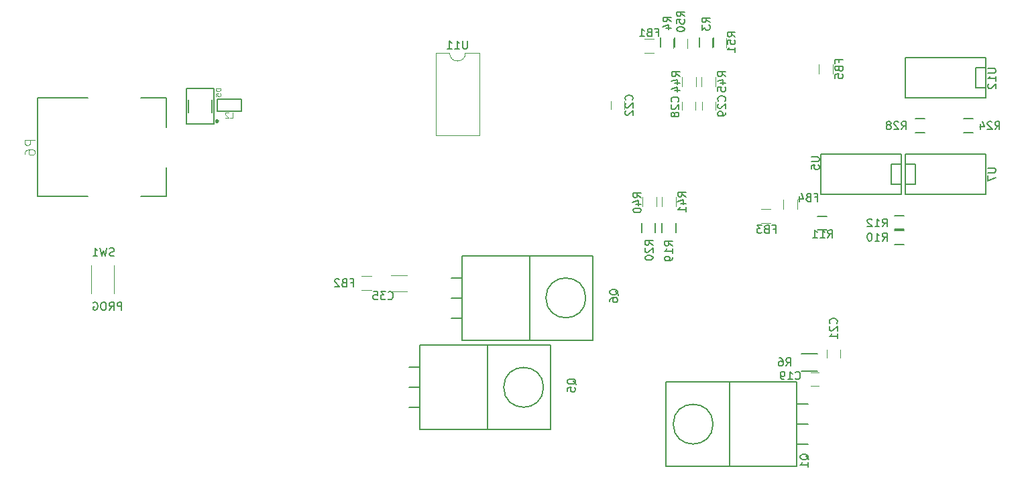
<source format=gbo>
G04 #@! TF.GenerationSoftware,KiCad,Pcbnew,5.1.9+dfsg1-1~bpo10+1*
G04 #@! TF.CreationDate,2021-11-10T17:09:55+00:00*
G04 #@! TF.ProjectId,dropbot_control_board,64726f70-626f-4745-9f63-6f6e74726f6c,v3.6*
G04 #@! TF.SameCoordinates,Original*
G04 #@! TF.FileFunction,Legend,Bot*
G04 #@! TF.FilePolarity,Positive*
%FSLAX46Y46*%
G04 Gerber Fmt 4.6, Leading zero omitted, Abs format (unit mm)*
G04 Created by KiCad (PCBNEW 5.1.9+dfsg1-1~bpo10+1) date 2021-11-10 17:09:55*
%MOMM*%
%LPD*%
G01*
G04 APERTURE LIST*
%ADD10C,0.150000*%
%ADD11C,0.120000*%
%ADD12C,0.152400*%
%ADD13C,0.500000*%
%ADD14C,0.127000*%
%ADD15C,0.048260*%
%ADD16C,0.076200*%
%ADD17C,0.100000*%
G04 APERTURE END LIST*
D10*
X80086000Y-84644000D02*
X80086000Y-79310000D01*
X80086000Y-84644000D02*
X80086000Y-89978000D01*
X88595000Y-89978000D02*
X80086000Y-89978000D01*
X88595000Y-79310000D02*
X88595000Y-89978000D01*
X80086000Y-79310000D02*
X88595000Y-79310000D01*
X96596000Y-89978000D02*
X88595000Y-89978000D01*
X96596000Y-79310000D02*
X96596000Y-89978000D01*
X88595000Y-79310000D02*
X96596000Y-79310000D01*
X95681472Y-84644000D02*
G75*
G03*
X95681472Y-84644000I-2514472J0D01*
G01*
X80086000Y-82104000D02*
X78689000Y-82104000D01*
X80086000Y-84644000D02*
X78689000Y-84644000D01*
X80086000Y-87184000D02*
X78689000Y-87184000D01*
X74752000Y-95947000D02*
X74752000Y-90613000D01*
X74752000Y-95947000D02*
X74752000Y-101281000D01*
X83261000Y-101281000D02*
X74752000Y-101281000D01*
X83261000Y-90613000D02*
X83261000Y-101281000D01*
X74752000Y-90613000D02*
X83261000Y-90613000D01*
X91262000Y-101281000D02*
X83261000Y-101281000D01*
X91262000Y-90613000D02*
X91262000Y-101281000D01*
X83261000Y-90613000D02*
X91262000Y-90613000D01*
X90347472Y-95947000D02*
G75*
G03*
X90347472Y-95947000I-2514472J0D01*
G01*
X74752000Y-93407000D02*
X73355000Y-93407000D01*
X74752000Y-95947000D02*
X73355000Y-95947000D01*
X74752000Y-98487000D02*
X73355000Y-98487000D01*
X122317000Y-100600000D02*
X122317000Y-105934000D01*
X122317000Y-100600000D02*
X122317000Y-95266000D01*
X113808000Y-95266000D02*
X122317000Y-95266000D01*
X113808000Y-105934000D02*
X113808000Y-95266000D01*
X122317000Y-105934000D02*
X113808000Y-105934000D01*
X105807000Y-95266000D02*
X113808000Y-95266000D01*
X105807000Y-105934000D02*
X105807000Y-95266000D01*
X113808000Y-105934000D02*
X105807000Y-105934000D01*
X111750472Y-100600000D02*
G75*
G03*
X111750472Y-100600000I-2514472J0D01*
G01*
X122317000Y-103140000D02*
X123714000Y-103140000D01*
X122317000Y-100600000D02*
X123714000Y-100600000D01*
X122317000Y-98060000D02*
X123714000Y-98060000D01*
X137290000Y-67730000D02*
X136020000Y-67730000D01*
X137290000Y-70270000D02*
X137290000Y-67730000D01*
X136020000Y-70270000D02*
X137290000Y-70270000D01*
X146180000Y-71540000D02*
X136020000Y-71540000D01*
X146180000Y-66460000D02*
X146180000Y-71540000D01*
X136020000Y-66460000D02*
X146180000Y-66460000D01*
X136020000Y-71540000D02*
X136020000Y-66460000D01*
X134210000Y-70270000D02*
X135480000Y-70270000D01*
X134210000Y-67730000D02*
X134210000Y-70270000D01*
X135480000Y-67730000D02*
X134210000Y-67730000D01*
X125320000Y-66460000D02*
X135480000Y-66460000D01*
X125320000Y-71540000D02*
X125320000Y-66460000D01*
X135480000Y-71540000D02*
X125320000Y-71540000D01*
X135480000Y-66460000D02*
X135480000Y-71540000D01*
X143400000Y-63775000D02*
X144600000Y-63775000D01*
X144600000Y-62025000D02*
X143400000Y-62025000D01*
X138500000Y-62025000D02*
X137300000Y-62025000D01*
X137300000Y-63775000D02*
X138500000Y-63775000D01*
X135900000Y-76125000D02*
X134700000Y-76125000D01*
X134700000Y-77875000D02*
X135900000Y-77875000D01*
X124900000Y-76075000D02*
X126100000Y-76075000D01*
X126100000Y-74325000D02*
X124900000Y-74325000D01*
X135900000Y-74225000D02*
X134700000Y-74225000D01*
X134700000Y-75975000D02*
X135900000Y-75975000D01*
X122900000Y-93875000D02*
X124900000Y-93875000D01*
X124900000Y-91725000D02*
X122900000Y-91725000D01*
X111775000Y-52900000D02*
X111775000Y-51700000D01*
X110025000Y-51700000D02*
X110025000Y-52900000D01*
X106875000Y-52900000D02*
X106875000Y-51700000D01*
X105125000Y-51700000D02*
X105125000Y-52900000D01*
X105325000Y-75200000D02*
X105325000Y-76400000D01*
X107075000Y-76400000D02*
X107075000Y-75200000D01*
X102725000Y-75200000D02*
X102725000Y-76400000D01*
X104475000Y-76400000D02*
X104475000Y-75200000D01*
D11*
X109550000Y-59900000D02*
X109550000Y-60900000D01*
X107850000Y-60900000D02*
X107850000Y-59900000D01*
X110350000Y-60900000D02*
X110350000Y-59900000D01*
X112050000Y-59900000D02*
X112050000Y-60900000D01*
X104300000Y-51920000D02*
X103100000Y-51920000D01*
X103100000Y-53680000D02*
X104300000Y-53680000D01*
X67400000Y-83680000D02*
X68600000Y-83680000D01*
X68600000Y-81920000D02*
X67400000Y-81920000D01*
X104580000Y-73100000D02*
X104580000Y-71900000D01*
X102820000Y-71900000D02*
X102820000Y-73100000D01*
X107080000Y-73100000D02*
X107080000Y-71900000D01*
X105320000Y-71900000D02*
X105320000Y-73100000D01*
X109580000Y-57900000D02*
X109580000Y-56700000D01*
X107820000Y-56700000D02*
X107820000Y-57900000D01*
X112080000Y-57900000D02*
X112080000Y-56700000D01*
X110320000Y-56700000D02*
X110320000Y-57900000D01*
X106720000Y-51900000D02*
X106720000Y-53100000D01*
X108480000Y-53100000D02*
X108480000Y-51900000D01*
X111620000Y-51800000D02*
X111620000Y-53000000D01*
X113380000Y-53000000D02*
X113380000Y-51800000D01*
X119000000Y-73420000D02*
X117800000Y-73420000D01*
X117800000Y-75180000D02*
X119000000Y-75180000D01*
X122380000Y-73400000D02*
X122380000Y-72200000D01*
X120620000Y-72200000D02*
X120620000Y-73400000D01*
X125120000Y-55100000D02*
X125120000Y-56300000D01*
X126880000Y-56300000D02*
X126880000Y-55100000D01*
X73100000Y-83820000D02*
X71100000Y-83820000D01*
X71100000Y-81780000D02*
X73100000Y-81780000D01*
X36150000Y-84050000D02*
X36150000Y-80550000D01*
X33250000Y-84050000D02*
X33250000Y-80550000D01*
D12*
X32831400Y-71783630D02*
X26481400Y-71783630D01*
X39537000Y-59388430D02*
X42734860Y-59388430D01*
X42734860Y-68151430D02*
X42734860Y-71783630D01*
X26481400Y-59388430D02*
X32831400Y-59388430D01*
X26481400Y-71783630D02*
X26481400Y-59388430D01*
X42734860Y-71783630D02*
X39537000Y-71783630D01*
X42734860Y-59388430D02*
X42734860Y-63048570D01*
D11*
X76720000Y-53710000D02*
X78490000Y-53710000D01*
X76720000Y-64110000D02*
X76720000Y-53710000D01*
X82260000Y-64110000D02*
X76720000Y-64110000D01*
X82260000Y-53710000D02*
X82260000Y-64110000D01*
X80490000Y-53710000D02*
X82260000Y-53710000D01*
X78490000Y-53710000D02*
G75*
G03*
X80490000Y-53710000I1000000J0D01*
G01*
D10*
X144910000Y-58070000D02*
X146180000Y-58070000D01*
X144910000Y-55530000D02*
X144910000Y-58070000D01*
X146180000Y-55530000D02*
X144910000Y-55530000D01*
X136020000Y-54260000D02*
X146180000Y-54260000D01*
X136020000Y-59340000D02*
X136020000Y-54260000D01*
X146180000Y-59340000D02*
X136020000Y-59340000D01*
X146180000Y-54260000D02*
X146180000Y-59340000D01*
D11*
X125100000Y-95750000D02*
X124100000Y-95750000D01*
X124100000Y-94050000D02*
X125100000Y-94050000D01*
X127850000Y-91200000D02*
X127850000Y-92200000D01*
X126150000Y-92200000D02*
X126150000Y-91200000D01*
X98850000Y-60800000D02*
X98850000Y-59800000D01*
X100550000Y-59800000D02*
X100550000Y-60800000D01*
D13*
X49134216Y-62315160D02*
G75*
G03*
X49134216Y-62315160I-10776J0D01*
G01*
D14*
X48747520Y-62647900D02*
X48747520Y-58152100D01*
X45252480Y-62647900D02*
X48747520Y-62647900D01*
X45252480Y-58152100D02*
X45252480Y-62647900D01*
X48747520Y-58152100D02*
X45252480Y-58152100D01*
X48447800Y-59602440D02*
X48447800Y-61197560D01*
X45552200Y-61197560D02*
X45552200Y-59602440D01*
D15*
X49233729Y-61049300D02*
G75*
G03*
X49233729Y-61049300I-32329J0D01*
G01*
D14*
X52198600Y-61049300D02*
X52198600Y-59550700D01*
X49201400Y-61049300D02*
X52198600Y-61049300D01*
X49201400Y-59550700D02*
X49201400Y-61049300D01*
X52198600Y-59550700D02*
X49201400Y-59550700D01*
D10*
X99800459Y-84299841D02*
X99752840Y-84204603D01*
X99657601Y-84109365D01*
X99514744Y-83966508D01*
X99467125Y-83871270D01*
X99467125Y-83776032D01*
X99705220Y-83823651D02*
X99657601Y-83728413D01*
X99562363Y-83633175D01*
X99371887Y-83585556D01*
X99038554Y-83585556D01*
X98848078Y-83633175D01*
X98752840Y-83728413D01*
X98705220Y-83823651D01*
X98705220Y-84014127D01*
X98752840Y-84109365D01*
X98848078Y-84204603D01*
X99038554Y-84252222D01*
X99371887Y-84252222D01*
X99562363Y-84204603D01*
X99657601Y-84109365D01*
X99705220Y-84014127D01*
X99705220Y-83823651D01*
X98705220Y-85109365D02*
X98705220Y-84918889D01*
X98752840Y-84823651D01*
X98800459Y-84776032D01*
X98943316Y-84680794D01*
X99133792Y-84633175D01*
X99514744Y-84633175D01*
X99609982Y-84680794D01*
X99657601Y-84728413D01*
X99705220Y-84823651D01*
X99705220Y-85014127D01*
X99657601Y-85109365D01*
X99609982Y-85156984D01*
X99514744Y-85204603D01*
X99276649Y-85204603D01*
X99181411Y-85156984D01*
X99133792Y-85109365D01*
X99086173Y-85014127D01*
X99086173Y-84823651D01*
X99133792Y-84728413D01*
X99181411Y-84680794D01*
X99276649Y-84633175D01*
X94466459Y-95602841D02*
X94418840Y-95507603D01*
X94323601Y-95412365D01*
X94180744Y-95269508D01*
X94133125Y-95174270D01*
X94133125Y-95079032D01*
X94371220Y-95126651D02*
X94323601Y-95031413D01*
X94228363Y-94936175D01*
X94037887Y-94888556D01*
X93704554Y-94888556D01*
X93514078Y-94936175D01*
X93418840Y-95031413D01*
X93371220Y-95126651D01*
X93371220Y-95317127D01*
X93418840Y-95412365D01*
X93514078Y-95507603D01*
X93704554Y-95555222D01*
X94037887Y-95555222D01*
X94228363Y-95507603D01*
X94323601Y-95412365D01*
X94371220Y-95317127D01*
X94371220Y-95126651D01*
X93371220Y-96459984D02*
X93371220Y-95983794D01*
X93847411Y-95936175D01*
X93799792Y-95983794D01*
X93752173Y-96079032D01*
X93752173Y-96317127D01*
X93799792Y-96412365D01*
X93847411Y-96459984D01*
X93942649Y-96507603D01*
X94180744Y-96507603D01*
X94275982Y-96459984D01*
X94323601Y-96412365D01*
X94371220Y-96317127D01*
X94371220Y-96079032D01*
X94323601Y-95983794D01*
X94275982Y-95936175D01*
X123836619Y-105113761D02*
X123789000Y-105018523D01*
X123693761Y-104923285D01*
X123550904Y-104780428D01*
X123503285Y-104685190D01*
X123503285Y-104589952D01*
X123741380Y-104637571D02*
X123693761Y-104542333D01*
X123598523Y-104447095D01*
X123408047Y-104399476D01*
X123074714Y-104399476D01*
X122884238Y-104447095D01*
X122789000Y-104542333D01*
X122741380Y-104637571D01*
X122741380Y-104828047D01*
X122789000Y-104923285D01*
X122884238Y-105018523D01*
X123074714Y-105066142D01*
X123408047Y-105066142D01*
X123598523Y-105018523D01*
X123693761Y-104923285D01*
X123741380Y-104828047D01*
X123741380Y-104637571D01*
X123741380Y-106018523D02*
X123741380Y-105447095D01*
X123741380Y-105732809D02*
X122741380Y-105732809D01*
X122884238Y-105637571D01*
X122979476Y-105542333D01*
X123027095Y-105447095D01*
X146452380Y-68238095D02*
X147261904Y-68238095D01*
X147357142Y-68285714D01*
X147404761Y-68333333D01*
X147452380Y-68428571D01*
X147452380Y-68619047D01*
X147404761Y-68714285D01*
X147357142Y-68761904D01*
X147261904Y-68809523D01*
X146452380Y-68809523D01*
X146452380Y-69190476D02*
X146452380Y-69857142D01*
X147452380Y-69428571D01*
X124152380Y-66838095D02*
X124961904Y-66838095D01*
X125057142Y-66885714D01*
X125104761Y-66933333D01*
X125152380Y-67028571D01*
X125152380Y-67219047D01*
X125104761Y-67314285D01*
X125057142Y-67361904D01*
X124961904Y-67409523D01*
X124152380Y-67409523D01*
X124152380Y-68361904D02*
X124152380Y-67885714D01*
X124628571Y-67838095D01*
X124580952Y-67885714D01*
X124533333Y-67980952D01*
X124533333Y-68219047D01*
X124580952Y-68314285D01*
X124628571Y-68361904D01*
X124723809Y-68409523D01*
X124961904Y-68409523D01*
X125057142Y-68361904D01*
X125104761Y-68314285D01*
X125152380Y-68219047D01*
X125152380Y-67980952D01*
X125104761Y-67885714D01*
X125057142Y-67838095D01*
X147342857Y-63352380D02*
X147676190Y-62876190D01*
X147914285Y-63352380D02*
X147914285Y-62352380D01*
X147533333Y-62352380D01*
X147438095Y-62400000D01*
X147390476Y-62447619D01*
X147342857Y-62542857D01*
X147342857Y-62685714D01*
X147390476Y-62780952D01*
X147438095Y-62828571D01*
X147533333Y-62876190D01*
X147914285Y-62876190D01*
X146961904Y-62447619D02*
X146914285Y-62400000D01*
X146819047Y-62352380D01*
X146580952Y-62352380D01*
X146485714Y-62400000D01*
X146438095Y-62447619D01*
X146390476Y-62542857D01*
X146390476Y-62638095D01*
X146438095Y-62780952D01*
X147009523Y-63352380D01*
X146390476Y-63352380D01*
X145533333Y-62685714D02*
X145533333Y-63352380D01*
X145771428Y-62304761D02*
X146009523Y-63019047D01*
X145390476Y-63019047D01*
X135542857Y-63352380D02*
X135876190Y-62876190D01*
X136114285Y-63352380D02*
X136114285Y-62352380D01*
X135733333Y-62352380D01*
X135638095Y-62400000D01*
X135590476Y-62447619D01*
X135542857Y-62542857D01*
X135542857Y-62685714D01*
X135590476Y-62780952D01*
X135638095Y-62828571D01*
X135733333Y-62876190D01*
X136114285Y-62876190D01*
X135161904Y-62447619D02*
X135114285Y-62400000D01*
X135019047Y-62352380D01*
X134780952Y-62352380D01*
X134685714Y-62400000D01*
X134638095Y-62447619D01*
X134590476Y-62542857D01*
X134590476Y-62638095D01*
X134638095Y-62780952D01*
X135209523Y-63352380D01*
X134590476Y-63352380D01*
X134019047Y-62780952D02*
X134114285Y-62733333D01*
X134161904Y-62685714D01*
X134209523Y-62590476D01*
X134209523Y-62542857D01*
X134161904Y-62447619D01*
X134114285Y-62400000D01*
X134019047Y-62352380D01*
X133828571Y-62352380D01*
X133733333Y-62400000D01*
X133685714Y-62447619D01*
X133638095Y-62542857D01*
X133638095Y-62590476D01*
X133685714Y-62685714D01*
X133733333Y-62733333D01*
X133828571Y-62780952D01*
X134019047Y-62780952D01*
X134114285Y-62828571D01*
X134161904Y-62876190D01*
X134209523Y-62971428D01*
X134209523Y-63161904D01*
X134161904Y-63257142D01*
X134114285Y-63304761D01*
X134019047Y-63352380D01*
X133828571Y-63352380D01*
X133733333Y-63304761D01*
X133685714Y-63257142D01*
X133638095Y-63161904D01*
X133638095Y-62971428D01*
X133685714Y-62876190D01*
X133733333Y-62828571D01*
X133828571Y-62780952D01*
X133142857Y-77452380D02*
X133476190Y-76976190D01*
X133714285Y-77452380D02*
X133714285Y-76452380D01*
X133333333Y-76452380D01*
X133238095Y-76500000D01*
X133190476Y-76547619D01*
X133142857Y-76642857D01*
X133142857Y-76785714D01*
X133190476Y-76880952D01*
X133238095Y-76928571D01*
X133333333Y-76976190D01*
X133714285Y-76976190D01*
X132190476Y-77452380D02*
X132761904Y-77452380D01*
X132476190Y-77452380D02*
X132476190Y-76452380D01*
X132571428Y-76595238D01*
X132666666Y-76690476D01*
X132761904Y-76738095D01*
X131571428Y-76452380D02*
X131476190Y-76452380D01*
X131380952Y-76500000D01*
X131333333Y-76547619D01*
X131285714Y-76642857D01*
X131238095Y-76833333D01*
X131238095Y-77071428D01*
X131285714Y-77261904D01*
X131333333Y-77357142D01*
X131380952Y-77404761D01*
X131476190Y-77452380D01*
X131571428Y-77452380D01*
X131666666Y-77404761D01*
X131714285Y-77357142D01*
X131761904Y-77261904D01*
X131809523Y-77071428D01*
X131809523Y-76833333D01*
X131761904Y-76642857D01*
X131714285Y-76547619D01*
X131666666Y-76500000D01*
X131571428Y-76452380D01*
X126242857Y-77052380D02*
X126576190Y-76576190D01*
X126814285Y-77052380D02*
X126814285Y-76052380D01*
X126433333Y-76052380D01*
X126338095Y-76100000D01*
X126290476Y-76147619D01*
X126242857Y-76242857D01*
X126242857Y-76385714D01*
X126290476Y-76480952D01*
X126338095Y-76528571D01*
X126433333Y-76576190D01*
X126814285Y-76576190D01*
X125290476Y-77052380D02*
X125861904Y-77052380D01*
X125576190Y-77052380D02*
X125576190Y-76052380D01*
X125671428Y-76195238D01*
X125766666Y-76290476D01*
X125861904Y-76338095D01*
X124338095Y-77052380D02*
X124909523Y-77052380D01*
X124623809Y-77052380D02*
X124623809Y-76052380D01*
X124719047Y-76195238D01*
X124814285Y-76290476D01*
X124909523Y-76338095D01*
X133142857Y-75652380D02*
X133476190Y-75176190D01*
X133714285Y-75652380D02*
X133714285Y-74652380D01*
X133333333Y-74652380D01*
X133238095Y-74700000D01*
X133190476Y-74747619D01*
X133142857Y-74842857D01*
X133142857Y-74985714D01*
X133190476Y-75080952D01*
X133238095Y-75128571D01*
X133333333Y-75176190D01*
X133714285Y-75176190D01*
X132190476Y-75652380D02*
X132761904Y-75652380D01*
X132476190Y-75652380D02*
X132476190Y-74652380D01*
X132571428Y-74795238D01*
X132666666Y-74890476D01*
X132761904Y-74938095D01*
X131809523Y-74747619D02*
X131761904Y-74700000D01*
X131666666Y-74652380D01*
X131428571Y-74652380D01*
X131333333Y-74700000D01*
X131285714Y-74747619D01*
X131238095Y-74842857D01*
X131238095Y-74938095D01*
X131285714Y-75080952D01*
X131857142Y-75652380D01*
X131238095Y-75652380D01*
X120966666Y-93252380D02*
X121300000Y-92776190D01*
X121538095Y-93252380D02*
X121538095Y-92252380D01*
X121157142Y-92252380D01*
X121061904Y-92300000D01*
X121014285Y-92347619D01*
X120966666Y-92442857D01*
X120966666Y-92585714D01*
X121014285Y-92680952D01*
X121061904Y-92728571D01*
X121157142Y-92776190D01*
X121538095Y-92776190D01*
X120109523Y-92252380D02*
X120300000Y-92252380D01*
X120395238Y-92300000D01*
X120442857Y-92347619D01*
X120538095Y-92490476D01*
X120585714Y-92680952D01*
X120585714Y-93061904D01*
X120538095Y-93157142D01*
X120490476Y-93204761D01*
X120395238Y-93252380D01*
X120204761Y-93252380D01*
X120109523Y-93204761D01*
X120061904Y-93157142D01*
X120014285Y-93061904D01*
X120014285Y-92823809D01*
X120061904Y-92728571D01*
X120109523Y-92680952D01*
X120204761Y-92633333D01*
X120395238Y-92633333D01*
X120490476Y-92680952D01*
X120538095Y-92728571D01*
X120585714Y-92823809D01*
X111352380Y-49833333D02*
X110876190Y-49500000D01*
X111352380Y-49261904D02*
X110352380Y-49261904D01*
X110352380Y-49642857D01*
X110400000Y-49738095D01*
X110447619Y-49785714D01*
X110542857Y-49833333D01*
X110685714Y-49833333D01*
X110780952Y-49785714D01*
X110828571Y-49738095D01*
X110876190Y-49642857D01*
X110876190Y-49261904D01*
X110352380Y-50166666D02*
X110352380Y-50785714D01*
X110733333Y-50452380D01*
X110733333Y-50595238D01*
X110780952Y-50690476D01*
X110828571Y-50738095D01*
X110923809Y-50785714D01*
X111161904Y-50785714D01*
X111257142Y-50738095D01*
X111304761Y-50690476D01*
X111352380Y-50595238D01*
X111352380Y-50309523D01*
X111304761Y-50214285D01*
X111257142Y-50166666D01*
X106452380Y-49733333D02*
X105976190Y-49400000D01*
X106452380Y-49161904D02*
X105452380Y-49161904D01*
X105452380Y-49542857D01*
X105500000Y-49638095D01*
X105547619Y-49685714D01*
X105642857Y-49733333D01*
X105785714Y-49733333D01*
X105880952Y-49685714D01*
X105928571Y-49638095D01*
X105976190Y-49542857D01*
X105976190Y-49161904D01*
X105785714Y-50590476D02*
X106452380Y-50590476D01*
X105404761Y-50352380D02*
X106119047Y-50114285D01*
X106119047Y-50733333D01*
X106652380Y-78057142D02*
X106176190Y-77723809D01*
X106652380Y-77485714D02*
X105652380Y-77485714D01*
X105652380Y-77866666D01*
X105700000Y-77961904D01*
X105747619Y-78009523D01*
X105842857Y-78057142D01*
X105985714Y-78057142D01*
X106080952Y-78009523D01*
X106128571Y-77961904D01*
X106176190Y-77866666D01*
X106176190Y-77485714D01*
X106652380Y-79009523D02*
X106652380Y-78438095D01*
X106652380Y-78723809D02*
X105652380Y-78723809D01*
X105795238Y-78628571D01*
X105890476Y-78533333D01*
X105938095Y-78438095D01*
X106652380Y-79485714D02*
X106652380Y-79676190D01*
X106604761Y-79771428D01*
X106557142Y-79819047D01*
X106414285Y-79914285D01*
X106223809Y-79961904D01*
X105842857Y-79961904D01*
X105747619Y-79914285D01*
X105700000Y-79866666D01*
X105652380Y-79771428D01*
X105652380Y-79580952D01*
X105700000Y-79485714D01*
X105747619Y-79438095D01*
X105842857Y-79390476D01*
X106080952Y-79390476D01*
X106176190Y-79438095D01*
X106223809Y-79485714D01*
X106271428Y-79580952D01*
X106271428Y-79771428D01*
X106223809Y-79866666D01*
X106176190Y-79914285D01*
X106080952Y-79961904D01*
X104152380Y-77957142D02*
X103676190Y-77623809D01*
X104152380Y-77385714D02*
X103152380Y-77385714D01*
X103152380Y-77766666D01*
X103200000Y-77861904D01*
X103247619Y-77909523D01*
X103342857Y-77957142D01*
X103485714Y-77957142D01*
X103580952Y-77909523D01*
X103628571Y-77861904D01*
X103676190Y-77766666D01*
X103676190Y-77385714D01*
X103247619Y-78338095D02*
X103200000Y-78385714D01*
X103152380Y-78480952D01*
X103152380Y-78719047D01*
X103200000Y-78814285D01*
X103247619Y-78861904D01*
X103342857Y-78909523D01*
X103438095Y-78909523D01*
X103580952Y-78861904D01*
X104152380Y-78290476D01*
X104152380Y-78909523D01*
X103152380Y-79528571D02*
X103152380Y-79623809D01*
X103200000Y-79719047D01*
X103247619Y-79766666D01*
X103342857Y-79814285D01*
X103533333Y-79861904D01*
X103771428Y-79861904D01*
X103961904Y-79814285D01*
X104057142Y-79766666D01*
X104104761Y-79719047D01*
X104152380Y-79623809D01*
X104152380Y-79528571D01*
X104104761Y-79433333D01*
X104057142Y-79385714D01*
X103961904Y-79338095D01*
X103771428Y-79290476D01*
X103533333Y-79290476D01*
X103342857Y-79338095D01*
X103247619Y-79385714D01*
X103200000Y-79433333D01*
X103152380Y-79528571D01*
X107357142Y-59857142D02*
X107404761Y-59809523D01*
X107452380Y-59666666D01*
X107452380Y-59571428D01*
X107404761Y-59428571D01*
X107309523Y-59333333D01*
X107214285Y-59285714D01*
X107023809Y-59238095D01*
X106880952Y-59238095D01*
X106690476Y-59285714D01*
X106595238Y-59333333D01*
X106500000Y-59428571D01*
X106452380Y-59571428D01*
X106452380Y-59666666D01*
X106500000Y-59809523D01*
X106547619Y-59857142D01*
X106547619Y-60238095D02*
X106500000Y-60285714D01*
X106452380Y-60380952D01*
X106452380Y-60619047D01*
X106500000Y-60714285D01*
X106547619Y-60761904D01*
X106642857Y-60809523D01*
X106738095Y-60809523D01*
X106880952Y-60761904D01*
X107452380Y-60190476D01*
X107452380Y-60809523D01*
X106880952Y-61380952D02*
X106833333Y-61285714D01*
X106785714Y-61238095D01*
X106690476Y-61190476D01*
X106642857Y-61190476D01*
X106547619Y-61238095D01*
X106500000Y-61285714D01*
X106452380Y-61380952D01*
X106452380Y-61571428D01*
X106500000Y-61666666D01*
X106547619Y-61714285D01*
X106642857Y-61761904D01*
X106690476Y-61761904D01*
X106785714Y-61714285D01*
X106833333Y-61666666D01*
X106880952Y-61571428D01*
X106880952Y-61380952D01*
X106928571Y-61285714D01*
X106976190Y-61238095D01*
X107071428Y-61190476D01*
X107261904Y-61190476D01*
X107357142Y-61238095D01*
X107404761Y-61285714D01*
X107452380Y-61380952D01*
X107452380Y-61571428D01*
X107404761Y-61666666D01*
X107357142Y-61714285D01*
X107261904Y-61761904D01*
X107071428Y-61761904D01*
X106976190Y-61714285D01*
X106928571Y-61666666D01*
X106880952Y-61571428D01*
X113257142Y-59757142D02*
X113304761Y-59709523D01*
X113352380Y-59566666D01*
X113352380Y-59471428D01*
X113304761Y-59328571D01*
X113209523Y-59233333D01*
X113114285Y-59185714D01*
X112923809Y-59138095D01*
X112780952Y-59138095D01*
X112590476Y-59185714D01*
X112495238Y-59233333D01*
X112400000Y-59328571D01*
X112352380Y-59471428D01*
X112352380Y-59566666D01*
X112400000Y-59709523D01*
X112447619Y-59757142D01*
X112447619Y-60138095D02*
X112400000Y-60185714D01*
X112352380Y-60280952D01*
X112352380Y-60519047D01*
X112400000Y-60614285D01*
X112447619Y-60661904D01*
X112542857Y-60709523D01*
X112638095Y-60709523D01*
X112780952Y-60661904D01*
X113352380Y-60090476D01*
X113352380Y-60709523D01*
X113352380Y-61185714D02*
X113352380Y-61376190D01*
X113304761Y-61471428D01*
X113257142Y-61519047D01*
X113114285Y-61614285D01*
X112923809Y-61661904D01*
X112542857Y-61661904D01*
X112447619Y-61614285D01*
X112400000Y-61566666D01*
X112352380Y-61471428D01*
X112352380Y-61280952D01*
X112400000Y-61185714D01*
X112447619Y-61138095D01*
X112542857Y-61090476D01*
X112780952Y-61090476D01*
X112876190Y-61138095D01*
X112923809Y-61185714D01*
X112971428Y-61280952D01*
X112971428Y-61471428D01*
X112923809Y-61566666D01*
X112876190Y-61614285D01*
X112780952Y-61661904D01*
X104533333Y-51078571D02*
X104866666Y-51078571D01*
X104866666Y-51602380D02*
X104866666Y-50602380D01*
X104390476Y-50602380D01*
X103676190Y-51078571D02*
X103533333Y-51126190D01*
X103485714Y-51173809D01*
X103438095Y-51269047D01*
X103438095Y-51411904D01*
X103485714Y-51507142D01*
X103533333Y-51554761D01*
X103628571Y-51602380D01*
X104009523Y-51602380D01*
X104009523Y-50602380D01*
X103676190Y-50602380D01*
X103580952Y-50650000D01*
X103533333Y-50697619D01*
X103485714Y-50792857D01*
X103485714Y-50888095D01*
X103533333Y-50983333D01*
X103580952Y-51030952D01*
X103676190Y-51078571D01*
X104009523Y-51078571D01*
X102485714Y-51602380D02*
X103057142Y-51602380D01*
X102771428Y-51602380D02*
X102771428Y-50602380D01*
X102866666Y-50745238D01*
X102961904Y-50840476D01*
X103057142Y-50888095D01*
X66033333Y-82728571D02*
X66366666Y-82728571D01*
X66366666Y-83252380D02*
X66366666Y-82252380D01*
X65890476Y-82252380D01*
X65176190Y-82728571D02*
X65033333Y-82776190D01*
X64985714Y-82823809D01*
X64938095Y-82919047D01*
X64938095Y-83061904D01*
X64985714Y-83157142D01*
X65033333Y-83204761D01*
X65128571Y-83252380D01*
X65509523Y-83252380D01*
X65509523Y-82252380D01*
X65176190Y-82252380D01*
X65080952Y-82300000D01*
X65033333Y-82347619D01*
X64985714Y-82442857D01*
X64985714Y-82538095D01*
X65033333Y-82633333D01*
X65080952Y-82680952D01*
X65176190Y-82728571D01*
X65509523Y-82728571D01*
X64557142Y-82347619D02*
X64509523Y-82300000D01*
X64414285Y-82252380D01*
X64176190Y-82252380D01*
X64080952Y-82300000D01*
X64033333Y-82347619D01*
X63985714Y-82442857D01*
X63985714Y-82538095D01*
X64033333Y-82680952D01*
X64604761Y-83252380D01*
X63985714Y-83252380D01*
X102652380Y-71957142D02*
X102176190Y-71623809D01*
X102652380Y-71385714D02*
X101652380Y-71385714D01*
X101652380Y-71766666D01*
X101700000Y-71861904D01*
X101747619Y-71909523D01*
X101842857Y-71957142D01*
X101985714Y-71957142D01*
X102080952Y-71909523D01*
X102128571Y-71861904D01*
X102176190Y-71766666D01*
X102176190Y-71385714D01*
X101985714Y-72814285D02*
X102652380Y-72814285D01*
X101604761Y-72576190D02*
X102319047Y-72338095D01*
X102319047Y-72957142D01*
X101652380Y-73528571D02*
X101652380Y-73623809D01*
X101700000Y-73719047D01*
X101747619Y-73766666D01*
X101842857Y-73814285D01*
X102033333Y-73861904D01*
X102271428Y-73861904D01*
X102461904Y-73814285D01*
X102557142Y-73766666D01*
X102604761Y-73719047D01*
X102652380Y-73623809D01*
X102652380Y-73528571D01*
X102604761Y-73433333D01*
X102557142Y-73385714D01*
X102461904Y-73338095D01*
X102271428Y-73290476D01*
X102033333Y-73290476D01*
X101842857Y-73338095D01*
X101747619Y-73385714D01*
X101700000Y-73433333D01*
X101652380Y-73528571D01*
X108302380Y-71857142D02*
X107826190Y-71523809D01*
X108302380Y-71285714D02*
X107302380Y-71285714D01*
X107302380Y-71666666D01*
X107350000Y-71761904D01*
X107397619Y-71809523D01*
X107492857Y-71857142D01*
X107635714Y-71857142D01*
X107730952Y-71809523D01*
X107778571Y-71761904D01*
X107826190Y-71666666D01*
X107826190Y-71285714D01*
X107635714Y-72714285D02*
X108302380Y-72714285D01*
X107254761Y-72476190D02*
X107969047Y-72238095D01*
X107969047Y-72857142D01*
X108302380Y-73761904D02*
X108302380Y-73190476D01*
X108302380Y-73476190D02*
X107302380Y-73476190D01*
X107445238Y-73380952D01*
X107540476Y-73285714D01*
X107588095Y-73190476D01*
X107552380Y-56657142D02*
X107076190Y-56323809D01*
X107552380Y-56085714D02*
X106552380Y-56085714D01*
X106552380Y-56466666D01*
X106600000Y-56561904D01*
X106647619Y-56609523D01*
X106742857Y-56657142D01*
X106885714Y-56657142D01*
X106980952Y-56609523D01*
X107028571Y-56561904D01*
X107076190Y-56466666D01*
X107076190Y-56085714D01*
X106885714Y-57514285D02*
X107552380Y-57514285D01*
X106504761Y-57276190D02*
X107219047Y-57038095D01*
X107219047Y-57657142D01*
X106885714Y-58466666D02*
X107552380Y-58466666D01*
X106504761Y-58228571D02*
X107219047Y-57990476D01*
X107219047Y-58609523D01*
X113352380Y-56657142D02*
X112876190Y-56323809D01*
X113352380Y-56085714D02*
X112352380Y-56085714D01*
X112352380Y-56466666D01*
X112400000Y-56561904D01*
X112447619Y-56609523D01*
X112542857Y-56657142D01*
X112685714Y-56657142D01*
X112780952Y-56609523D01*
X112828571Y-56561904D01*
X112876190Y-56466666D01*
X112876190Y-56085714D01*
X112685714Y-57514285D02*
X113352380Y-57514285D01*
X112304761Y-57276190D02*
X113019047Y-57038095D01*
X113019047Y-57657142D01*
X112352380Y-58514285D02*
X112352380Y-58038095D01*
X112828571Y-57990476D01*
X112780952Y-58038095D01*
X112733333Y-58133333D01*
X112733333Y-58371428D01*
X112780952Y-58466666D01*
X112828571Y-58514285D01*
X112923809Y-58561904D01*
X113161904Y-58561904D01*
X113257142Y-58514285D01*
X113304761Y-58466666D01*
X113352380Y-58371428D01*
X113352380Y-58133333D01*
X113304761Y-58038095D01*
X113257142Y-57990476D01*
X108152380Y-49057142D02*
X107676190Y-48723809D01*
X108152380Y-48485714D02*
X107152380Y-48485714D01*
X107152380Y-48866666D01*
X107200000Y-48961904D01*
X107247619Y-49009523D01*
X107342857Y-49057142D01*
X107485714Y-49057142D01*
X107580952Y-49009523D01*
X107628571Y-48961904D01*
X107676190Y-48866666D01*
X107676190Y-48485714D01*
X107152380Y-49961904D02*
X107152380Y-49485714D01*
X107628571Y-49438095D01*
X107580952Y-49485714D01*
X107533333Y-49580952D01*
X107533333Y-49819047D01*
X107580952Y-49914285D01*
X107628571Y-49961904D01*
X107723809Y-50009523D01*
X107961904Y-50009523D01*
X108057142Y-49961904D01*
X108104761Y-49914285D01*
X108152380Y-49819047D01*
X108152380Y-49580952D01*
X108104761Y-49485714D01*
X108057142Y-49438095D01*
X107152380Y-50628571D02*
X107152380Y-50723809D01*
X107200000Y-50819047D01*
X107247619Y-50866666D01*
X107342857Y-50914285D01*
X107533333Y-50961904D01*
X107771428Y-50961904D01*
X107961904Y-50914285D01*
X108057142Y-50866666D01*
X108104761Y-50819047D01*
X108152380Y-50723809D01*
X108152380Y-50628571D01*
X108104761Y-50533333D01*
X108057142Y-50485714D01*
X107961904Y-50438095D01*
X107771428Y-50390476D01*
X107533333Y-50390476D01*
X107342857Y-50438095D01*
X107247619Y-50485714D01*
X107200000Y-50533333D01*
X107152380Y-50628571D01*
X114552380Y-51657142D02*
X114076190Y-51323809D01*
X114552380Y-51085714D02*
X113552380Y-51085714D01*
X113552380Y-51466666D01*
X113600000Y-51561904D01*
X113647619Y-51609523D01*
X113742857Y-51657142D01*
X113885714Y-51657142D01*
X113980952Y-51609523D01*
X114028571Y-51561904D01*
X114076190Y-51466666D01*
X114076190Y-51085714D01*
X113552380Y-52561904D02*
X113552380Y-52085714D01*
X114028571Y-52038095D01*
X113980952Y-52085714D01*
X113933333Y-52180952D01*
X113933333Y-52419047D01*
X113980952Y-52514285D01*
X114028571Y-52561904D01*
X114123809Y-52609523D01*
X114361904Y-52609523D01*
X114457142Y-52561904D01*
X114504761Y-52514285D01*
X114552380Y-52419047D01*
X114552380Y-52180952D01*
X114504761Y-52085714D01*
X114457142Y-52038095D01*
X114552380Y-53561904D02*
X114552380Y-52990476D01*
X114552380Y-53276190D02*
X113552380Y-53276190D01*
X113695238Y-53180952D01*
X113790476Y-53085714D01*
X113838095Y-52990476D01*
X119333333Y-75928571D02*
X119666666Y-75928571D01*
X119666666Y-76452380D02*
X119666666Y-75452380D01*
X119190476Y-75452380D01*
X118476190Y-75928571D02*
X118333333Y-75976190D01*
X118285714Y-76023809D01*
X118238095Y-76119047D01*
X118238095Y-76261904D01*
X118285714Y-76357142D01*
X118333333Y-76404761D01*
X118428571Y-76452380D01*
X118809523Y-76452380D01*
X118809523Y-75452380D01*
X118476190Y-75452380D01*
X118380952Y-75500000D01*
X118333333Y-75547619D01*
X118285714Y-75642857D01*
X118285714Y-75738095D01*
X118333333Y-75833333D01*
X118380952Y-75880952D01*
X118476190Y-75928571D01*
X118809523Y-75928571D01*
X117904761Y-75452380D02*
X117285714Y-75452380D01*
X117619047Y-75833333D01*
X117476190Y-75833333D01*
X117380952Y-75880952D01*
X117333333Y-75928571D01*
X117285714Y-76023809D01*
X117285714Y-76261904D01*
X117333333Y-76357142D01*
X117380952Y-76404761D01*
X117476190Y-76452380D01*
X117761904Y-76452380D01*
X117857142Y-76404761D01*
X117904761Y-76357142D01*
X124633333Y-71928571D02*
X124966666Y-71928571D01*
X124966666Y-72452380D02*
X124966666Y-71452380D01*
X124490476Y-71452380D01*
X123776190Y-71928571D02*
X123633333Y-71976190D01*
X123585714Y-72023809D01*
X123538095Y-72119047D01*
X123538095Y-72261904D01*
X123585714Y-72357142D01*
X123633333Y-72404761D01*
X123728571Y-72452380D01*
X124109523Y-72452380D01*
X124109523Y-71452380D01*
X123776190Y-71452380D01*
X123680952Y-71500000D01*
X123633333Y-71547619D01*
X123585714Y-71642857D01*
X123585714Y-71738095D01*
X123633333Y-71833333D01*
X123680952Y-71880952D01*
X123776190Y-71928571D01*
X124109523Y-71928571D01*
X122680952Y-71785714D02*
X122680952Y-72452380D01*
X122919047Y-71404761D02*
X123157142Y-72119047D01*
X122538095Y-72119047D01*
X127628571Y-54866666D02*
X127628571Y-54533333D01*
X128152380Y-54533333D02*
X127152380Y-54533333D01*
X127152380Y-55009523D01*
X127628571Y-55723809D02*
X127676190Y-55866666D01*
X127723809Y-55914285D01*
X127819047Y-55961904D01*
X127961904Y-55961904D01*
X128057142Y-55914285D01*
X128104761Y-55866666D01*
X128152380Y-55771428D01*
X128152380Y-55390476D01*
X127152380Y-55390476D01*
X127152380Y-55723809D01*
X127200000Y-55819047D01*
X127247619Y-55866666D01*
X127342857Y-55914285D01*
X127438095Y-55914285D01*
X127533333Y-55866666D01*
X127580952Y-55819047D01*
X127628571Y-55723809D01*
X127628571Y-55390476D01*
X127152380Y-56866666D02*
X127152380Y-56390476D01*
X127628571Y-56342857D01*
X127580952Y-56390476D01*
X127533333Y-56485714D01*
X127533333Y-56723809D01*
X127580952Y-56819047D01*
X127628571Y-56866666D01*
X127723809Y-56914285D01*
X127961904Y-56914285D01*
X128057142Y-56866666D01*
X128104761Y-56819047D01*
X128152380Y-56723809D01*
X128152380Y-56485714D01*
X128104761Y-56390476D01*
X128057142Y-56342857D01*
X70742857Y-84757142D02*
X70790476Y-84804761D01*
X70933333Y-84852380D01*
X71028571Y-84852380D01*
X71171428Y-84804761D01*
X71266666Y-84709523D01*
X71314285Y-84614285D01*
X71361904Y-84423809D01*
X71361904Y-84280952D01*
X71314285Y-84090476D01*
X71266666Y-83995238D01*
X71171428Y-83900000D01*
X71028571Y-83852380D01*
X70933333Y-83852380D01*
X70790476Y-83900000D01*
X70742857Y-83947619D01*
X70409523Y-83852380D02*
X69790476Y-83852380D01*
X70123809Y-84233333D01*
X69980952Y-84233333D01*
X69885714Y-84280952D01*
X69838095Y-84328571D01*
X69790476Y-84423809D01*
X69790476Y-84661904D01*
X69838095Y-84757142D01*
X69885714Y-84804761D01*
X69980952Y-84852380D01*
X70266666Y-84852380D01*
X70361904Y-84804761D01*
X70409523Y-84757142D01*
X68885714Y-83852380D02*
X69361904Y-83852380D01*
X69409523Y-84328571D01*
X69361904Y-84280952D01*
X69266666Y-84233333D01*
X69028571Y-84233333D01*
X68933333Y-84280952D01*
X68885714Y-84328571D01*
X68838095Y-84423809D01*
X68838095Y-84661904D01*
X68885714Y-84757142D01*
X68933333Y-84804761D01*
X69028571Y-84852380D01*
X69266666Y-84852380D01*
X69361904Y-84804761D01*
X69409523Y-84757142D01*
X36133333Y-79304761D02*
X35990476Y-79352380D01*
X35752380Y-79352380D01*
X35657142Y-79304761D01*
X35609523Y-79257142D01*
X35561904Y-79161904D01*
X35561904Y-79066666D01*
X35609523Y-78971428D01*
X35657142Y-78923809D01*
X35752380Y-78876190D01*
X35942857Y-78828571D01*
X36038095Y-78780952D01*
X36085714Y-78733333D01*
X36133333Y-78638095D01*
X36133333Y-78542857D01*
X36085714Y-78447619D01*
X36038095Y-78400000D01*
X35942857Y-78352380D01*
X35704761Y-78352380D01*
X35561904Y-78400000D01*
X35228571Y-78352380D02*
X34990476Y-79352380D01*
X34800000Y-78638095D01*
X34609523Y-79352380D01*
X34371428Y-78352380D01*
X33466666Y-79352380D02*
X34038095Y-79352380D01*
X33752380Y-79352380D02*
X33752380Y-78352380D01*
X33847619Y-78495238D01*
X33942857Y-78590476D01*
X34038095Y-78638095D01*
X37085714Y-86202380D02*
X37085714Y-85202380D01*
X36704761Y-85202380D01*
X36609523Y-85250000D01*
X36561904Y-85297619D01*
X36514285Y-85392857D01*
X36514285Y-85535714D01*
X36561904Y-85630952D01*
X36609523Y-85678571D01*
X36704761Y-85726190D01*
X37085714Y-85726190D01*
X35514285Y-86202380D02*
X35847619Y-85726190D01*
X36085714Y-86202380D02*
X36085714Y-85202380D01*
X35704761Y-85202380D01*
X35609523Y-85250000D01*
X35561904Y-85297619D01*
X35514285Y-85392857D01*
X35514285Y-85535714D01*
X35561904Y-85630952D01*
X35609523Y-85678571D01*
X35704761Y-85726190D01*
X36085714Y-85726190D01*
X34895238Y-85202380D02*
X34704761Y-85202380D01*
X34609523Y-85250000D01*
X34514285Y-85345238D01*
X34466666Y-85535714D01*
X34466666Y-85869047D01*
X34514285Y-86059523D01*
X34609523Y-86154761D01*
X34704761Y-86202380D01*
X34895238Y-86202380D01*
X34990476Y-86154761D01*
X35085714Y-86059523D01*
X35133333Y-85869047D01*
X35133333Y-85535714D01*
X35085714Y-85345238D01*
X34990476Y-85250000D01*
X34895238Y-85202380D01*
X33514285Y-85250000D02*
X33609523Y-85202380D01*
X33752380Y-85202380D01*
X33895238Y-85250000D01*
X33990476Y-85345238D01*
X34038095Y-85440476D01*
X34085714Y-85630952D01*
X34085714Y-85773809D01*
X34038095Y-85964285D01*
X33990476Y-86059523D01*
X33895238Y-86154761D01*
X33752380Y-86202380D01*
X33657142Y-86202380D01*
X33514285Y-86154761D01*
X33466666Y-86107142D01*
X33466666Y-85773809D01*
X33657142Y-85773809D01*
D16*
X26116123Y-64662619D02*
X24846123Y-64662619D01*
X24846123Y-65146428D01*
X24906600Y-65267380D01*
X24967076Y-65327857D01*
X25088028Y-65388333D01*
X25269457Y-65388333D01*
X25390409Y-65327857D01*
X25450885Y-65267380D01*
X25511361Y-65146428D01*
X25511361Y-64662619D01*
X24846123Y-66476904D02*
X24846123Y-66235000D01*
X24906600Y-66114047D01*
X24967076Y-66053571D01*
X25148504Y-65932619D01*
X25390409Y-65872142D01*
X25874219Y-65872142D01*
X25995171Y-65932619D01*
X26055647Y-65993095D01*
X26116123Y-66114047D01*
X26116123Y-66355952D01*
X26055647Y-66476904D01*
X25995171Y-66537380D01*
X25874219Y-66597857D01*
X25571838Y-66597857D01*
X25450885Y-66537380D01*
X25390409Y-66476904D01*
X25329933Y-66355952D01*
X25329933Y-66114047D01*
X25390409Y-65993095D01*
X25450885Y-65932619D01*
X25571838Y-65872142D01*
D10*
X80728095Y-52162380D02*
X80728095Y-52971904D01*
X80680476Y-53067142D01*
X80632857Y-53114761D01*
X80537619Y-53162380D01*
X80347142Y-53162380D01*
X80251904Y-53114761D01*
X80204285Y-53067142D01*
X80156666Y-52971904D01*
X80156666Y-52162380D01*
X79156666Y-53162380D02*
X79728095Y-53162380D01*
X79442380Y-53162380D02*
X79442380Y-52162380D01*
X79537619Y-52305238D01*
X79632857Y-52400476D01*
X79728095Y-52448095D01*
X78204285Y-53162380D02*
X78775714Y-53162380D01*
X78490000Y-53162380D02*
X78490000Y-52162380D01*
X78585238Y-52305238D01*
X78680476Y-52400476D01*
X78775714Y-52448095D01*
X146452380Y-55661904D02*
X147261904Y-55661904D01*
X147357142Y-55709523D01*
X147404761Y-55757142D01*
X147452380Y-55852380D01*
X147452380Y-56042857D01*
X147404761Y-56138095D01*
X147357142Y-56185714D01*
X147261904Y-56233333D01*
X146452380Y-56233333D01*
X147452380Y-57233333D02*
X147452380Y-56661904D01*
X147452380Y-56947619D02*
X146452380Y-56947619D01*
X146595238Y-56852380D01*
X146690476Y-56757142D01*
X146738095Y-56661904D01*
X146547619Y-57614285D02*
X146500000Y-57661904D01*
X146452380Y-57757142D01*
X146452380Y-57995238D01*
X146500000Y-58090476D01*
X146547619Y-58138095D01*
X146642857Y-58185714D01*
X146738095Y-58185714D01*
X146880952Y-58138095D01*
X147452380Y-57566666D01*
X147452380Y-58185714D01*
X122142857Y-94857142D02*
X122190476Y-94904761D01*
X122333333Y-94952380D01*
X122428571Y-94952380D01*
X122571428Y-94904761D01*
X122666666Y-94809523D01*
X122714285Y-94714285D01*
X122761904Y-94523809D01*
X122761904Y-94380952D01*
X122714285Y-94190476D01*
X122666666Y-94095238D01*
X122571428Y-94000000D01*
X122428571Y-93952380D01*
X122333333Y-93952380D01*
X122190476Y-94000000D01*
X122142857Y-94047619D01*
X121190476Y-94952380D02*
X121761904Y-94952380D01*
X121476190Y-94952380D02*
X121476190Y-93952380D01*
X121571428Y-94095238D01*
X121666666Y-94190476D01*
X121761904Y-94238095D01*
X120714285Y-94952380D02*
X120523809Y-94952380D01*
X120428571Y-94904761D01*
X120380952Y-94857142D01*
X120285714Y-94714285D01*
X120238095Y-94523809D01*
X120238095Y-94142857D01*
X120285714Y-94047619D01*
X120333333Y-94000000D01*
X120428571Y-93952380D01*
X120619047Y-93952380D01*
X120714285Y-94000000D01*
X120761904Y-94047619D01*
X120809523Y-94142857D01*
X120809523Y-94380952D01*
X120761904Y-94476190D01*
X120714285Y-94523809D01*
X120619047Y-94571428D01*
X120428571Y-94571428D01*
X120333333Y-94523809D01*
X120285714Y-94476190D01*
X120238095Y-94380952D01*
X127357142Y-87857142D02*
X127404761Y-87809523D01*
X127452380Y-87666666D01*
X127452380Y-87571428D01*
X127404761Y-87428571D01*
X127309523Y-87333333D01*
X127214285Y-87285714D01*
X127023809Y-87238095D01*
X126880952Y-87238095D01*
X126690476Y-87285714D01*
X126595238Y-87333333D01*
X126500000Y-87428571D01*
X126452380Y-87571428D01*
X126452380Y-87666666D01*
X126500000Y-87809523D01*
X126547619Y-87857142D01*
X126547619Y-88238095D02*
X126500000Y-88285714D01*
X126452380Y-88380952D01*
X126452380Y-88619047D01*
X126500000Y-88714285D01*
X126547619Y-88761904D01*
X126642857Y-88809523D01*
X126738095Y-88809523D01*
X126880952Y-88761904D01*
X127452380Y-88190476D01*
X127452380Y-88809523D01*
X127452380Y-89761904D02*
X127452380Y-89190476D01*
X127452380Y-89476190D02*
X126452380Y-89476190D01*
X126595238Y-89380952D01*
X126690476Y-89285714D01*
X126738095Y-89190476D01*
X101557142Y-59657142D02*
X101604761Y-59609523D01*
X101652380Y-59466666D01*
X101652380Y-59371428D01*
X101604761Y-59228571D01*
X101509523Y-59133333D01*
X101414285Y-59085714D01*
X101223809Y-59038095D01*
X101080952Y-59038095D01*
X100890476Y-59085714D01*
X100795238Y-59133333D01*
X100700000Y-59228571D01*
X100652380Y-59371428D01*
X100652380Y-59466666D01*
X100700000Y-59609523D01*
X100747619Y-59657142D01*
X100747619Y-60038095D02*
X100700000Y-60085714D01*
X100652380Y-60180952D01*
X100652380Y-60419047D01*
X100700000Y-60514285D01*
X100747619Y-60561904D01*
X100842857Y-60609523D01*
X100938095Y-60609523D01*
X101080952Y-60561904D01*
X101652380Y-59990476D01*
X101652380Y-60609523D01*
X100747619Y-60990476D02*
X100700000Y-61038095D01*
X100652380Y-61133333D01*
X100652380Y-61371428D01*
X100700000Y-61466666D01*
X100747619Y-61514285D01*
X100842857Y-61561904D01*
X100938095Y-61561904D01*
X101080952Y-61514285D01*
X101652380Y-60942857D01*
X101652380Y-61561904D01*
D17*
X49571428Y-58133333D02*
X48971428Y-58133333D01*
X48971428Y-58300000D01*
X49000000Y-58400000D01*
X49057142Y-58466666D01*
X49114285Y-58500000D01*
X49228571Y-58533333D01*
X49314285Y-58533333D01*
X49428571Y-58500000D01*
X49485714Y-58466666D01*
X49542857Y-58400000D01*
X49571428Y-58300000D01*
X49571428Y-58133333D01*
X48971428Y-59166666D02*
X48971428Y-58833333D01*
X49257142Y-58800000D01*
X49228571Y-58833333D01*
X49200000Y-58900000D01*
X49200000Y-59066666D01*
X49228571Y-59133333D01*
X49257142Y-59166666D01*
X49314285Y-59200000D01*
X49457142Y-59200000D01*
X49514285Y-59166666D01*
X49542857Y-59133333D01*
X49571428Y-59066666D01*
X49571428Y-58900000D01*
X49542857Y-58833333D01*
X49514285Y-58800000D01*
X50776026Y-61889206D02*
X51109360Y-61889206D01*
X51109360Y-61189206D01*
X50576026Y-61255873D02*
X50542693Y-61222540D01*
X50476026Y-61189206D01*
X50309360Y-61189206D01*
X50242693Y-61222540D01*
X50209360Y-61255873D01*
X50176026Y-61322540D01*
X50176026Y-61389206D01*
X50209360Y-61489206D01*
X50609360Y-61889206D01*
X50176026Y-61889206D01*
M02*

</source>
